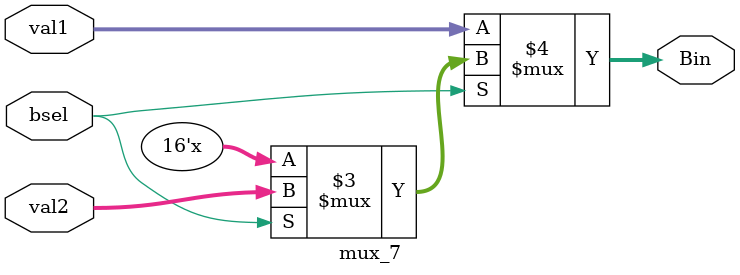
<source format=v>
module mux_7(Bin,val1,val2,bsel);

input [15:0] val1,val2;
	input bsel;
	output [15:0] Bin;

	assign Bin = (bsel == 1'b0) ? val1 : ((bsel == 1'b1) ? val2 : 16'bzzzz_zzzz_zzzz_zzzz);
					

endmodule
</source>
